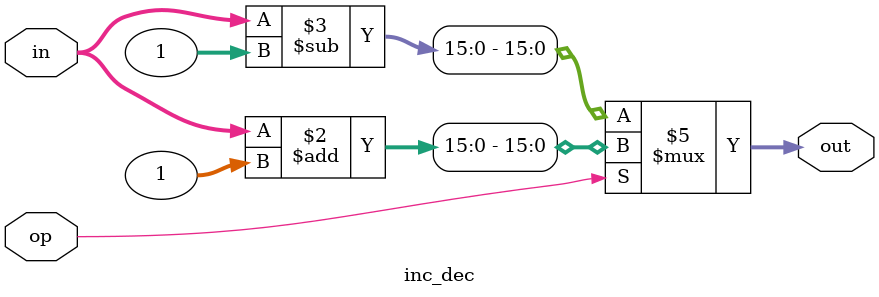
<source format=v>


module inc_dec #(
    parameter NBIT = 16
) (
    input [NBIT-1:0] in,
    output reg [NBIT-1:0] out,
    input op
    // input w
);

    always @(*) begin
        if(op)
            out <= in + 1;
        else
            out <= in - 1;
    end
    
endmodule
</source>
